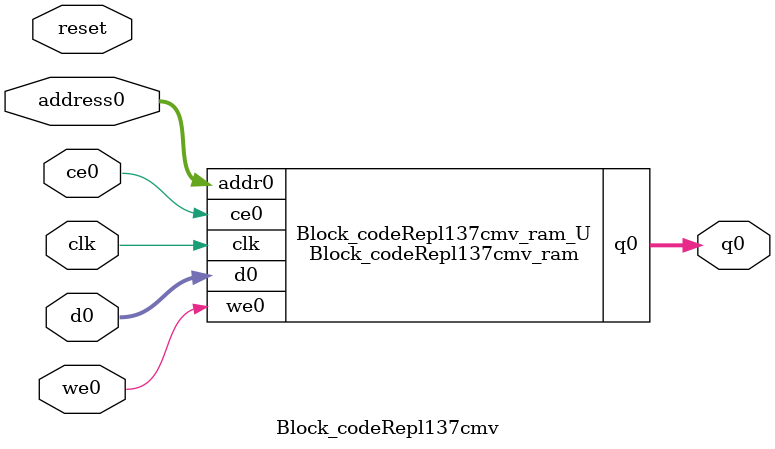
<source format=v>
`timescale 1 ns / 1 ps
module Block_codeRepl137cmv_ram (addr0, ce0, d0, we0, q0,  clk);

parameter DWIDTH = 5;
parameter AWIDTH = 9;
parameter MEM_SIZE = 264;

input[AWIDTH-1:0] addr0;
input ce0;
input[DWIDTH-1:0] d0;
input we0;
output reg[DWIDTH-1:0] q0;
input clk;

(* ram_style = "block" *)reg [DWIDTH-1:0] ram[0:MEM_SIZE-1];




always @(posedge clk)  
begin 
    if (ce0) begin
        if (we0) 
            ram[addr0] <= d0; 
        q0 <= ram[addr0];
    end
end


endmodule

`timescale 1 ns / 1 ps
module Block_codeRepl137cmv(
    reset,
    clk,
    address0,
    ce0,
    we0,
    d0,
    q0);

parameter DataWidth = 32'd5;
parameter AddressRange = 32'd264;
parameter AddressWidth = 32'd9;
input reset;
input clk;
input[AddressWidth - 1:0] address0;
input ce0;
input we0;
input[DataWidth - 1:0] d0;
output[DataWidth - 1:0] q0;



Block_codeRepl137cmv_ram Block_codeRepl137cmv_ram_U(
    .clk( clk ),
    .addr0( address0 ),
    .ce0( ce0 ),
    .we0( we0 ),
    .d0( d0 ),
    .q0( q0 ));

endmodule


</source>
